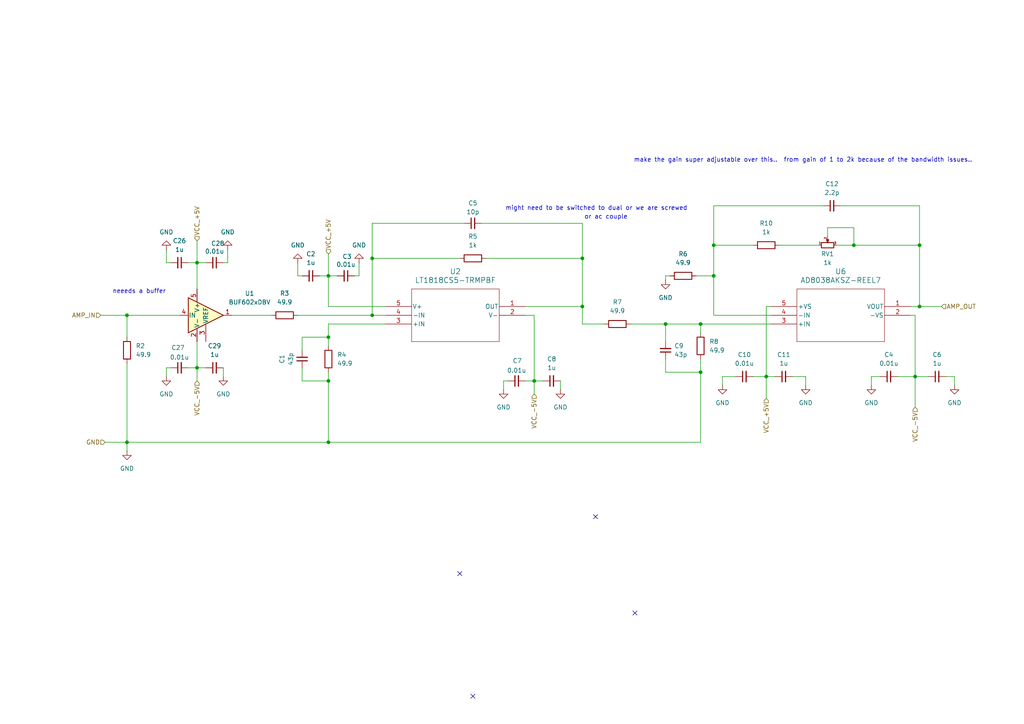
<source format=kicad_sch>
(kicad_sch (version 20231120) (generator "eeschema") (generator_version "8.0")
  (paper "A4")
  (lib_symbols
    (symbol "2025-07-23_18-11-30:AD8038AKSZ-REEL7" (pin_names (offset 0.254))
      (property "Reference" "U" (at 20.32 10.16 0))
      (property "Value" "AD8038AKSZ-REEL7" (at 20.32 7.62 0))
      (symbol "AD8038AKSZ-REEL7_0_1"
        (polyline (pts (xy 7.62 -10.16) (xy 33.02 -10.16)) (stroke (width 0.127)))
        (polyline (pts (xy 7.62 5.08) (xy 7.62 -10.16)) (stroke (width 0.127)))
        (polyline (pts (xy 33.02 -10.16) (xy 33.02 5.08)) (stroke (width 0.127)))
        (polyline (pts (xy 33.02 5.08) (xy 7.62 5.08)) (stroke (width 0.127)))
        (pin unspecified line (at 0 0 0) (length 7.62) (name "VOUT") (number "1"))
        (pin power_in line (at 0 -2.54 0) (length 7.62) (name "-VS") (number "2"))
        (pin unspecified line (at 40.64 -5.08 180) (length 7.62) (name "+IN") (number "3"))
        (pin unspecified line (at 40.64 -2.54 180) (length 7.62) (name "-IN") (number "4"))
        (pin power_in line (at 40.64 0 180) (length 7.62) (name "+VS") (number "5"))
      )
    )
    (symbol "Amplifier_Buffer:BUF602xDBV" (pin_names (offset 0.127))
      (property "Reference" "U" (at 6.35 2.54 0))
      (property "Value" "BUF602xDBV" (at 7.62 -2.54 0))
      (symbol "BUF602xDBV_0_1"
        (polyline (pts (xy 5.08 0) (xy -5.08 5.08) (xy -5.08 -5.08) (xy 5.08 0)) (stroke (width 0.254)) (fill (type background)))
      )
      (symbol "BUF602xDBV_1_1"
        (pin output line (at 7.62 0 180) (length 2.54) (name "~") (number "1"))
        (pin power_in line (at -2.54 -7.62 90) (length 3.81) (name "V-") (number "2"))
        (pin output line (at 0 -7.62 90) (length 5.08) (name "VREF") (number "3"))
        (pin input line (at -7.62 0 0) (length 2.54) (name "IN") (number "4"))
        (pin power_in line (at -2.54 7.62 270) (length 3.81) (name "V+") (number "5"))
      )
    )
    (symbol "Device:C_Small" (pin_numbers hide) (pin_names (offset 0.254) hide)
      (property "Reference" "C" (at 0.254 1.778 0))
      (property "Value" "C_Small" (at 0.254 -2.032 0))
      (symbol "C_Small_0_1"
        (polyline (pts (xy -1.524 -0.508) (xy 1.524 -0.508)) (stroke (width 0.3302)))
        (polyline (pts (xy -1.524 0.508) (xy 1.524 0.508)) (stroke (width 0.3048)))
      )
      (symbol "C_Small_1_1"
        (pin passive line (at 0 2.54 270) (length 2.032) (name "~") (number "1"))
        (pin passive line (at 0 -2.54 90) (length 2.032) (name "~") (number "2"))
      )
    )
    (symbol "Device:R" (pin_numbers hide) (pin_names (offset 0))
      (property "Reference" "R" (at 2.032 0 90))
      (property "Value" "R" (at 0 0 90))
      (symbol "R_0_1"
        (rectangle (start -1.016 -2.54) (end 1.016 2.54) (stroke (width 0.254)))
      )
      (symbol "R_1_1"
        (pin passive line (at 0 3.81 270) (length 1.27) (name "~") (number "1"))
        (pin passive line (at 0 -3.81 90) (length 1.27) (name "~") (number "2"))
      )
    )
    (symbol "Device:R_Potentiometer_Small" (pin_names (offset 1.016) hide)
      (property "Reference" "RV" (at -4.445 0 90))
      (property "Value" "R_Potentiometer_Small" (at -2.54 0 90))
      (symbol "R_Potentiometer_Small_0_1"
        (polyline (pts (xy 0.889 0) (xy 0.635 0) (xy 1.651 0.381) (xy 1.651 -0.381) (xy 0.635 0) (xy 0.889 0)) (fill (type outline)))
        (rectangle (start 0.762 1.8034) (end -0.762 -1.8034) (stroke (width 0.254)))
      )
      (symbol "R_Potentiometer_Small_1_1"
        (pin passive line (at 0 2.54 270) (length 0.635) (name "1") (number "1"))
        (pin passive line (at 2.54 0 180) (length 0.9906) (name "2") (number "2"))
        (pin passive line (at 0 -2.54 90) (length 0.635) (name "3") (number "3"))
      )
    )
    (symbol "lt1818:LT1818CS5-TRMPBF" (pin_names (offset 0.254))
      (property "Reference" "U" (at 20.32 10.16 0))
      (property "Value" "LT1818CS5-TRMPBF" (at 20.32 7.62 0))
      (symbol "LT1818CS5-TRMPBF_0_1"
        (polyline (pts (xy 7.62 -10.16) (xy 33.02 -10.16)) (stroke (width 0.127)))
        (polyline (pts (xy 7.62 5.08) (xy 7.62 -10.16)) (stroke (width 0.127)))
        (polyline (pts (xy 33.02 -10.16) (xy 33.02 5.08)) (stroke (width 0.127)))
        (polyline (pts (xy 33.02 5.08) (xy 7.62 5.08)) (stroke (width 0.127)))
        (pin output line (at 0 0 0) (length 7.62) (name "OUT") (number "1"))
        (pin power_in line (at 0 -2.54 0) (length 7.62) (name "V-") (number "2"))
        (pin input line (at 40.64 -5.08 180) (length 7.62) (name "+IN") (number "3"))
        (pin input line (at 40.64 -2.54 180) (length 7.62) (name "-IN") (number "4"))
        (pin power_in line (at 40.64 0 180) (length 7.62) (name "V+") (number "5"))
      )
    )
    (symbol "power:GND" (power) (pin_numbers hide) (pin_names (offset 0) hide)
      (property "Value" "GND" (at 0 -3.81 0))
      (symbol "GND_0_1"
        (polyline (pts (xy 0 0) (xy 0 -1.27) (xy 1.27 -1.27) (xy 0 -2.54) (xy -1.27 -1.27) (xy 0 -1.27)))
      )
      (symbol "GND_1_1"
        (pin power_in line (at 0 0 270) (length 0) (name "~") (number "1"))
      )
    )
  )
  (junction (at 57.15 106.68))
  (junction (at 266.7 88.9))
  (junction (at 168.91 88.9))
  (junction (at 168.91 74.93))
  (junction (at 207.01 80.01))
  (junction (at 203.2 93.98))
  (junction (at 247.65 71.12))
  (junction (at 265.43 109.22))
  (junction (at 193.04 93.98))
  (junction (at 36.83 128.27))
  (junction (at 107.95 74.93))
  (junction (at 154.94 110.49))
  (junction (at 107.95 91.44))
  (junction (at 266.7 71.12))
  (junction (at 207.01 71.12))
  (junction (at 95.25 80.01))
  (junction (at 203.2 107.95))
  (junction (at 95.25 97.79))
  (junction (at 57.15 76.2))
  (junction (at 95.25 110.49))
  (junction (at 95.25 128.27))
  (junction (at 36.83 91.44))
  (junction (at 222.25 109.22))
  (no_connect (at 133.35 166.37))
  (no_connect (at 137.16 201.93))
  (no_connect (at 284.48 255.27))
  (no_connect (at 184.15 177.8))
  (no_connect (at 172.72 149.86))
  (wire (pts (xy 29.21 91.44) (xy 36.83 91.44)))
  (wire (pts (xy 107.95 91.44) (xy 111.76 91.44)))
  (wire (pts (xy 223.52 88.9) (xy 222.25 88.9)))
  (wire (pts (xy 233.68 109.22) (xy 233.68 111.76)))
  (wire (pts (xy 152.4 91.44) (xy 154.94 91.44)))
  (wire (pts (xy 95.25 93.98) (xy 95.25 97.79)))
  (wire (pts (xy 30.48 128.27) (xy 36.83 128.27)))
  (wire (pts (xy 223.52 91.44) (xy 207.01 91.44)))
  (wire (pts (xy 48.26 106.68) (xy 49.53 106.68)))
  (wire (pts (xy 266.7 71.12) (xy 266.7 88.9)))
  (wire (pts (xy 36.83 105.41) (xy 36.83 128.27)))
  (wire (pts (xy 207.01 59.69) (xy 207.01 71.12)))
  (wire (pts (xy 265.43 109.22) (xy 265.43 118.11)))
  (wire (pts (xy 95.25 80.01) (xy 97.79 80.01)))
  (wire (pts (xy 207.01 80.01) (xy 207.01 91.44)))
  (wire (pts (xy 207.01 59.69) (xy 238.76 59.69)))
  (wire (pts (xy 218.44 109.22) (xy 222.25 109.22)))
  (wire (pts (xy 247.65 66.04) (xy 247.65 71.12)))
  (wire (pts (xy 95.25 73.66) (xy 95.25 80.01)))
  (wire (pts (xy 95.25 110.49) (xy 95.25 128.27)))
  (wire (pts (xy 168.91 74.93) (xy 168.91 88.9)))
  (wire (pts (xy 102.87 80.01) (xy 104.14 80.01)))
  (wire (pts (xy 48.26 109.22) (xy 48.26 106.68)))
  (wire (pts (xy 87.63 106.68) (xy 87.63 110.49)))
  (wire (pts (xy 162.56 110.49) (xy 162.56 113.03)))
  (wire (pts (xy 57.15 106.68) (xy 57.15 110.49)))
  (wire (pts (xy 240.03 66.04) (xy 247.65 66.04)))
  (wire (pts (xy 207.01 71.12) (xy 207.01 80.01)))
  (wire (pts (xy 152.4 110.49) (xy 154.94 110.49)))
  (wire (pts (xy 207.01 71.12) (xy 218.44 71.12)))
  (wire (pts (xy 57.15 76.2) (xy 59.69 76.2)))
  (wire (pts (xy 203.2 107.95) (xy 203.2 104.14)))
  (wire (pts (xy 182.88 93.98) (xy 193.04 93.98)))
  (wire (pts (xy 107.95 74.93) (xy 107.95 91.44)))
  (wire (pts (xy 193.04 80.01) (xy 193.04 81.28)))
  (wire (pts (xy 95.25 128.27) (xy 203.2 128.27)))
  (wire (pts (xy 95.25 97.79) (xy 95.25 100.33)))
  (wire (pts (xy 203.2 93.98) (xy 203.2 96.52)))
  (wire (pts (xy 266.7 59.69) (xy 266.7 71.12)))
  (wire (pts (xy 57.15 76.2) (xy 57.15 83.82)))
  (wire (pts (xy 104.14 76.2) (xy 104.14 80.01)))
  (wire (pts (xy 64.77 76.2) (xy 66.04 76.2)))
  (wire (pts (xy 247.65 71.12) (xy 266.7 71.12)))
  (wire (pts (xy 193.04 93.98) (xy 203.2 93.98)))
  (wire (pts (xy 107.95 64.77) (xy 107.95 74.93)))
  (wire (pts (xy 193.04 104.14) (xy 193.04 107.95)))
  (wire (pts (xy 266.7 88.9) (xy 273.05 88.9)))
  (wire (pts (xy 36.83 91.44) (xy 36.83 97.79)))
  (wire (pts (xy 133.35 74.93) (xy 107.95 74.93)))
  (wire (pts (xy 95.25 88.9) (xy 95.25 80.01)))
  (wire (pts (xy 226.06 71.12) (xy 237.49 71.12)))
  (wire (pts (xy 57.15 99.06) (xy 57.15 106.68)))
  (wire (pts (xy 154.94 110.49) (xy 154.94 114.3)))
  (wire (pts (xy 139.7 64.77) (xy 168.91 64.77)))
  (wire (pts (xy 154.94 110.49) (xy 157.48 110.49)))
  (wire (pts (xy 222.25 88.9) (xy 222.25 109.22)))
  (wire (pts (xy 111.76 88.9) (xy 95.25 88.9)))
  (wire (pts (xy 201.93 80.01) (xy 207.01 80.01)))
  (wire (pts (xy 92.71 80.01) (xy 95.25 80.01)))
  (wire (pts (xy 194.31 80.01) (xy 193.04 80.01)))
  (wire (pts (xy 86.36 76.2) (xy 86.36 80.01)))
  (wire (pts (xy 240.03 68.58) (xy 240.03 66.04)))
  (wire (pts (xy 146.05 110.49) (xy 147.32 110.49)))
  (wire (pts (xy 222.25 109.22) (xy 224.79 109.22)))
  (wire (pts (xy 66.04 72.39) (xy 66.04 76.2)))
  (wire (pts (xy 111.76 93.98) (xy 95.25 93.98)))
  (wire (pts (xy 36.83 91.44) (xy 52.07 91.44)))
  (wire (pts (xy 154.94 91.44) (xy 154.94 110.49)))
  (wire (pts (xy 87.63 110.49) (xy 95.25 110.49)))
  (wire (pts (xy 87.63 97.79) (xy 95.25 97.79)))
  (wire (pts (xy 265.43 109.22) (xy 269.24 109.22)))
  (wire (pts (xy 274.32 109.22) (xy 276.86 109.22)))
  (wire (pts (xy 67.31 91.44) (xy 78.74 91.44)))
  (wire (pts (xy 86.36 91.44) (xy 107.95 91.44)))
  (wire (pts (xy 209.55 109.22) (xy 209.55 111.76)))
  (wire (pts (xy 168.91 64.77) (xy 168.91 74.93)))
  (wire (pts (xy 203.2 107.95) (xy 203.2 128.27)))
  (wire (pts (xy 265.43 91.44) (xy 265.43 109.22)))
  (wire (pts (xy 48.26 76.2) (xy 49.53 76.2)))
  (wire (pts (xy 252.73 109.22) (xy 252.73 111.76)))
  (wire (pts (xy 64.77 106.68) (xy 64.77 109.22)))
  (wire (pts (xy 203.2 93.98) (xy 223.52 93.98)))
  (wire (pts (xy 255.27 109.22) (xy 252.73 109.22)))
  (wire (pts (xy 213.36 109.22) (xy 209.55 109.22)))
  (wire (pts (xy 134.62 64.77) (xy 107.95 64.77)))
  (wire (pts (xy 265.43 91.44) (xy 264.16 91.44)))
  (wire (pts (xy 87.63 101.6) (xy 87.63 97.79)))
  (wire (pts (xy 222.25 109.22) (xy 222.25 115.57)))
  (wire (pts (xy 260.35 109.22) (xy 265.43 109.22)))
  (wire (pts (xy 36.83 128.27) (xy 36.83 130.81)))
  (wire (pts (xy 266.7 88.9) (xy 264.16 88.9)))
  (wire (pts (xy 86.36 80.01) (xy 87.63 80.01)))
  (wire (pts (xy 242.57 71.12) (xy 247.65 71.12)))
  (wire (pts (xy 152.4 88.9) (xy 168.91 88.9)))
  (wire (pts (xy 54.61 106.68) (xy 57.15 106.68)))
  (wire (pts (xy 57.15 106.68) (xy 59.69 106.68)))
  (wire (pts (xy 229.87 109.22) (xy 233.68 109.22)))
  (wire (pts (xy 193.04 93.98) (xy 193.04 99.06)))
  (wire (pts (xy 95.25 107.95) (xy 95.25 110.49)))
  (wire (pts (xy 54.61 76.2) (xy 57.15 76.2)))
  (wire (pts (xy 48.26 72.39) (xy 48.26 76.2)))
  (wire (pts (xy 168.91 88.9) (xy 168.91 93.98)))
  (wire (pts (xy 168.91 93.98) (xy 175.26 93.98)))
  (wire (pts (xy 36.83 128.27) (xy 95.25 128.27)))
  (wire (pts (xy 146.05 113.03) (xy 146.05 110.49)))
  (wire (pts (xy 140.97 74.93) (xy 168.91 74.93)))
  (wire (pts (xy 243.84 59.69) (xy 266.7 59.69)))
  (wire (pts (xy 57.15 69.85) (xy 57.15 76.2)))
  (wire (pts (xy 193.04 107.95) (xy 203.2 107.95)))
  (wire (pts (xy 276.86 109.22) (xy 276.86 111.76)))
  (text "make the gain super adjustable over this..  from gain of 1 to 2k because of the bandwidth issues..\n" (at 232.918 46.482 0) (effects (font (size 1.27 1.27))))
  (text "or ac couple\n" (at 175.768 62.992 0) (effects (font (size 1.27 1.27))))
  (text "neeeds a buffer\n" (at 40.386 84.582 0) (effects (font (size 1.27 1.27))))
  (text "might need to be switched to dual or we are screwed\n" (at 172.974 60.452 0) (effects (font (size 1.27 1.27))))
  (hierarchical_label "VCC_-5V" (shape input) (at 154.94 114.3 270))
  (hierarchical_label "VCC_+5V" (shape input) (at 57.15 69.85 90))
  (hierarchical_label "VCC_-5V" (shape input) (at 57.15 110.49 270))
  (hierarchical_label "VCC_+5V" (shape input) (at 222.25 115.57 270))
  (hierarchical_label "GND" (shape input) (at 30.48 128.27 180))
  (hierarchical_label "AMP_OUT" (shape input) (at 273.05 88.9 0))
  (hierarchical_label "VCC_+5V" (shape input) (at 95.25 73.66 90))
  (hierarchical_label "AMP_IN" (shape input) (at 29.21 91.44 180))
  (hierarchical_label "VCC_-5V" (shape input) (at 265.43 118.11 270))
  (symbol (lib_id "Device:R") (at 198.12 80.01 90) (unit 1)
    (property "Reference" "R6" (at 198.12 73.66 90))
    (property "Value" "49.9" (at 198.12 76.2 90))
    (property "Footprint" "Resistor_SMD:R_0805_2012Metric" (effects (hide yes)))
    (property "Description" "Resistor" (effects (hide yes)))
    (instances (project "bellamu" (path "" (reference "R6") (unit 1)) (path "" (reference "R22") (unit 1))))
  )
  (symbol (lib_id "Device:C_Small") (at 215.9 109.22 90) (unit 1)
    (property "Reference" "C10" (at 215.9063 102.87 90))
    (property "Value" "0.01u" (at 215.9063 105.41 90))
    (property "Footprint" "Capacitor_SMD:C_0603_1608Metric" (effects (hide yes)))
    (property "Description" "Unpolarized capacitor, small symbol" (effects (hide yes)))
    (instances (project "bellamu" (path "" (reference "C10") (unit 1)) (path "" (reference "C43") (unit 1))))
  )
  (symbol (lib_id "power:GND") (at 36.83 130.81 0) (unit 1)
    (property "Reference" "#PWR010" (effects (hide yes)))
    (property "Value" "GND" (at 36.83 135.89 0))
    (property "Description" "Power symbol creates a global label with name \"GND\" , ground" (effects (hide yes)))
    (instances (project "bellamu" (path "" (reference "#PWR010") (unit 1)) (path "" (reference "#PWR067") (unit 1))))
  )
  (symbol (lib_id "Device:R") (at 179.07 93.98 90) (unit 1)
    (property "Reference" "R7" (at 179.07 87.63 90))
    (property "Value" "49.9" (at 179.07 90.17 90))
    (property "Footprint" "Resistor_SMD:R_0805_2012Metric" (effects (hide yes)))
    (property "Description" "Resistor" (effects (hide yes)))
    (instances (project "bellamu" (path "" (reference "R7") (unit 1)) (path "" (reference "R21") (unit 1))))
  )
  (symbol (lib_id "Device:C_Small") (at 100.33 80.01 270) (unit 1)
    (property "Reference" "C3" (at 99.314 74.422 90) (effects (justify left)))
    (property "Value" "0.01u" (at 97.536 76.708 90) (effects (justify left)))
    (property "Footprint" "Capacitor_SMD:C_0603_1608Metric" (effects (hide yes)))
    (property "Description" "Unpolarized capacitor, small symbol" (effects (hide yes)))
    (instances (project "bellamu" (path "" (reference "C3") (unit 1)) (path "" (reference "C37") (unit 1))))
  )
  (symbol (lib_id "power:GND") (at 64.77 109.22 0) (unit 1)
    (property "Reference" "#PWR034" (effects (hide yes)))
    (property "Value" "GND" (at 64.77 114.3 0))
    (property "Description" "Power symbol creates a global label with name \"GND\" , ground" (effects (hide yes)))
    (instances (project "bellamu" (path "" (reference "#PWR034") (unit 1)) (path "" (reference "#PWR070") (unit 1))))
  )
  (symbol (lib_id "Device:R") (at 82.55 91.44 90) (unit 1)
    (property "Reference" "R3" (at 82.55 85.09 90))
    (property "Value" "49.9" (at 82.55 87.63 90))
    (property "Footprint" "Resistor_SMD:R_0805_2012Metric" (effects (hide yes)))
    (property "Description" "Resistor" (effects (hide yes)))
    (instances (project "bellamu" (path "" (reference "R3") (unit 1)) (path "" (reference "R18") (unit 1))))
  )
  (symbol (lib_id "Device:R") (at 95.25 104.14 180) (unit 1)
    (property "Reference" "R4" (at 97.79 102.8699 0) (effects (justify right)))
    (property "Value" "49.9" (at 97.79 105.4099 0) (effects (justify right)))
    (property "Footprint" "Resistor_SMD:R_0805_2012Metric" (effects (hide yes)))
    (property "Description" "Resistor" (effects (hide yes)))
    (instances (project "bellamu" (path "" (reference "R4") (unit 1)) (path "" (reference "R19") (unit 1))))
  )
  (symbol (lib_id "Device:C_Small") (at 87.63 104.14 180) (unit 1)
    (property "Reference" "C1" (at 81.788 104.14 90))
    (property "Value" "43p" (at 84.328 104.14 90))
    (property "Footprint" "Capacitor_SMD:C_0805_2012Metric_Pad1.18x1.45mm_HandSolder" (effects (hide yes)))
    (property "Description" "Unpolarized capacitor, small symbol" (effects (hide yes)))
    (instances (project "bellamu" (path "" (reference "C1") (unit 1)) (path "" (reference "C35") (unit 1))))
  )
  (symbol (lib_id "power:GND") (at 252.73 111.76 0) (unit 1)
    (property "Reference" "#PWR013" (effects (hide yes)))
    (property "Value" "GND" (at 252.73 116.84 0))
    (property "Description" "Power symbol creates a global label with name \"GND\" , ground" (effects (hide yes)))
    (instances (project "bellamu" (path "" (reference "#PWR013") (unit 1)) (path "" (reference "#PWR079") (unit 1))))
  )
  (symbol (lib_id "lt1818:LT1818CS5-TRMPBF") (at 152.4 88.9 0) (mirror y) (unit 1)
    (property "Reference" "U2" (at 132.08 78.74 0) (effects (font (size 1.524 1.524))))
    (property "Value" "LT1818CS5-TRMPBF" (at 132.08 81.28 0) (effects (font (size 1.524 1.524))))
    (property "Footprint" "lt1818:S_5_ADI" (effects (hide yes)))
    (property "Datasheet" "https://www.analog.com/media/en/technical-documentation/data-sheets/18189fb.pdf" (effects (hide yes)))
    (instances (project "" (path "" (reference "U2") (unit 1)) (path "" (reference "U8") (unit 1))))
  )
  (symbol (lib_id "power:GND") (at 209.55 111.76 0) (unit 1)
    (property "Reference" "#PWR017" (effects (hide yes)))
    (property "Value" "GND" (at 209.55 116.84 0))
    (property "Description" "Power symbol creates a global label with name \"GND\" , ground" (effects (hide yes)))
    (instances (project "bellamu" (path "" (reference "#PWR017") (unit 1)) (path "" (reference "#PWR077") (unit 1))))
  )
  (symbol (lib_id "power:GND") (at 146.05 113.03 0) (unit 1)
    (property "Reference" "#PWR022" (effects (hide yes)))
    (property "Value" "GND" (at 146.05 118.11 0))
    (property "Description" "Power symbol creates a global label with name \"GND\" , ground" (effects (hide yes)))
    (instances (project "bellamu" (path "" (reference "#PWR022") (unit 1)) (path "" (reference "#PWR074") (unit 1))))
  )
  (symbol (lib_id "Device:R") (at 203.2 100.33 180) (unit 1)
    (property "Reference" "R8" (at 205.74 99.0599 0) (effects (justify right)))
    (property "Value" "49.9" (at 205.74 101.5999 0) (effects (justify right)))
    (property "Footprint" "Resistor_SMD:R_0805_2012Metric" (effects (hide yes)))
    (property "Description" "Resistor" (effects (hide yes)))
    (instances (project "bellamu" (path "" (reference "R8") (unit 1)) (path "" (reference "R23") (unit 1))))
  )
  (symbol (lib_id "Amplifier_Buffer:BUF602xDBV") (at 59.69 91.44 0) (unit 1)
    (property "Reference" "U1" (at 72.39 85.1214 0))
    (property "Value" "BUF602xDBV" (at 72.39 87.6614 0))
    (property "Footprint" "Package_TO_SOT_SMD:SOT-23-5" (effects (hide yes)))
    (property "Datasheet" "http://www.ti.com/lit/ds/symlink/buf602.pdf" (effects (hide yes)))
    (property "Description" "High-Speed, 1000 MHz, Closed-Loop Buffer, SOT23-5" (effects (hide yes)))
    (instances (project "" (path "" (reference "U1") (unit 1)) (path "" (reference "U7") (unit 1))))
  )
  (symbol (lib_id "power:GND") (at 48.26 109.22 0) (unit 1)
    (property "Reference" "#PWR033" (effects (hide yes)))
    (property "Value" "GND" (at 48.26 114.3 0))
    (property "Description" "Power symbol creates a global label with name \"GND\" , ground" (effects (hide yes)))
    (instances (project "bellamu" (path "" (reference "#PWR033") (unit 1)) (path "" (reference "#PWR069") (unit 1))))
  )
  (symbol (lib_id "Device:C_Small") (at 257.81 109.22 90) (unit 1)
    (property "Reference" "C4" (at 257.8163 102.87 90))
    (property "Value" "0.01u" (at 257.8163 105.41 90))
    (property "Footprint" "Capacitor_SMD:C_0603_1608Metric" (effects (hide yes)))
    (property "Description" "Unpolarized capacitor, small symbol" (effects (hide yes)))
    (instances (project "bellamu" (path "" (reference "C4") (unit 1)) (path "" (reference "C46") (unit 1))))
  )
  (symbol (lib_id "power:GND") (at 276.86 111.76 0) (unit 1)
    (property "Reference" "#PWR024" (effects (hide yes)))
    (property "Value" "GND" (at 276.86 116.84 0))
    (property "Description" "Power symbol creates a global label with name \"GND\" , ground" (effects (hide yes)))
    (instances (project "bellamu" (path "" (reference "#PWR024") (unit 1)) (path "" (reference "#PWR080") (unit 1))))
  )
  (symbol (lib_id "Device:C_Small") (at 241.3 59.69 90) (unit 1)
    (property "Reference" "C12" (at 241.3063 53.34 90))
    (property "Value" "2.2p" (at 241.3063 55.88 90))
    (property "Footprint" "Capacitor_SMD:C_0805_2012Metric" (effects (hide yes)))
    (property "Description" "Unpolarized capacitor, small symbol" (effects (hide yes)))
    (instances (project "bellamu" (path "" (reference "C12") (unit 1)) (path "" (reference "C45") (unit 1))))
  )
  (symbol (lib_id "power:GND") (at 86.36 76.2 180) (unit 1)
    (property "Reference" "#PWR012" (effects (hide yes)))
    (property "Value" "GND" (at 86.36 71.12 0))
    (property "Description" "Power symbol creates a global label with name \"GND\" , ground" (effects (hide yes)))
    (instances (project "bellamu" (path "" (reference "#PWR012") (unit 1)) (path "" (reference "#PWR072") (unit 1))))
  )
  (symbol (lib_id "power:GND") (at 104.14 76.2 180) (unit 1)
    (property "Reference" "#PWR016" (effects (hide yes)))
    (property "Value" "GND" (at 104.14 71.12 0))
    (property "Description" "Power symbol creates a global label with name \"GND\" , ground" (effects (hide yes)))
    (instances (project "bellamu" (path "" (reference "#PWR016") (unit 1)) (path "" (reference "#PWR073") (unit 1))))
  )
  (symbol (lib_id "Device:C_Small") (at 62.23 106.68 90) (unit 1)
    (property "Reference" "C29" (at 62.2363 100.33 90))
    (property "Value" "1u" (at 62.2363 102.87 90))
    (property "Footprint" "Capacitor_SMD:C_0603_1608Metric" (effects (hide yes)))
    (property "Description" "Unpolarized capacitor, small symbol" (effects (hide yes)))
    (instances (project "bellamu" (path "" (reference "C29") (unit 1)) (path "" (reference "C33") (unit 1))))
  )
  (symbol (lib_id "Device:R_Potentiometer_Small") (at 240.03 71.12 90) (unit 1)
    (property "Reference" "RV1" (at 240.03 73.66 90))
    (property "Value" "1k" (at 240.03 76.2 90))
    (property "Footprint" "Potentiometer_THT:Potentiometer_Bourns_3266W_Vertical" (effects (hide yes)))
    (property "Description" "Potentiometer" (effects (hide yes)))
    (instances (project "" (path "" (reference "RV1") (unit 1)) (path "" (reference "RV2") (unit 1))))
  )
  (symbol (lib_id "Device:R") (at 36.83 101.6 0) (unit 1)
    (property "Reference" "R2" (at 39.37 100.3299 0) (effects (justify left)))
    (property "Value" "49.9" (at 39.37 102.8699 0) (effects (justify left)))
    (property "Footprint" "Resistor_SMD:R_0805_2012Metric" (effects (hide yes)))
    (property "Description" "Resistor" (effects (hide yes)))
    (instances (project "bellamu" (path "" (reference "R2") (unit 1)) (path "" (reference "R17") (unit 1))))
  )
  (symbol (lib_id "Device:C_Small") (at 62.23 76.2 270) (unit 1)
    (property "Reference" "C28" (at 61.214 70.612 90) (effects (justify left)))
    (property "Value" "0.01u" (at 59.436 72.898 90) (effects (justify left)))
    (property "Footprint" "Capacitor_SMD:C_0603_1608Metric" (effects (hide yes)))
    (property "Description" "Unpolarized capacitor, small symbol" (effects (hide yes)))
    (instances (project "bellamu" (path "" (reference "C28") (unit 1)) (path "" (reference "C32") (unit 1))))
  )
  (symbol (lib_id "Device:C_Small") (at 227.33 109.22 90) (unit 1)
    (property "Reference" "C11" (at 227.3363 102.87 90))
    (property "Value" "1u" (at 227.3363 105.41 90))
    (property "Footprint" "Capacitor_SMD:C_0603_1608Metric" (effects (hide yes)))
    (property "Description" "Unpolarized capacitor, small symbol" (effects (hide yes)))
    (instances (project "bellamu" (path "" (reference "C11") (unit 1)) (path "" (reference "C44") (unit 1))))
  )
  (symbol (lib_id "Device:C_Small") (at 52.07 106.68 90) (unit 1)
    (property "Reference" "C27" (at 53.594 100.838 90) (effects (justify left)))
    (property "Value" "0.01u" (at 54.864 103.632 90) (effects (justify left)))
    (property "Footprint" "Capacitor_SMD:C_0603_1608Metric" (effects (hide yes)))
    (property "Description" "Unpolarized capacitor, small symbol" (effects (hide yes)))
    (instances (project "bellamu" (path "" (reference "C27") (unit 1)) (path "" (reference "C31") (unit 1))))
  )
  (symbol (lib_id "Device:C_Small") (at 52.07 76.2 270) (unit 1)
    (property "Reference" "C26" (at 52.0636 69.85 90))
    (property "Value" "1u" (at 52.0636 72.39 90))
    (property "Footprint" "Capacitor_SMD:C_0603_1608Metric" (effects (hide yes)))
    (property "Description" "Unpolarized capacitor, small symbol" (effects (hide yes)))
    (instances (project "bellamu" (path "" (reference "C26") (unit 1)) (path "" (reference "C30") (unit 1))))
  )
  (symbol (lib_id "power:GND") (at 193.04 81.28 0) (unit 1)
    (property "Reference" "#PWR014" (effects (hide yes)))
    (property "Value" "GND" (at 193.04 86.36 0))
    (property "Description" "Power symbol creates a global label with name \"GND\" , ground" (effects (hide yes)))
    (instances (project "bellamu" (path "" (reference "#PWR014") (unit 1)) (path "" (reference "#PWR076") (unit 1))))
  )
  (symbol (lib_id "2025-07-23_18-11-30:AD8038AKSZ-REEL7") (at 264.16 88.9 0) (mirror y) (unit 1)
    (property "Reference" "U6" (at 243.84 78.74 0) (effects (font (size 1.524 1.524))))
    (property "Value" "AD8038AKSZ-REEL7" (at 243.84 81.28 0) (effects (font (size 1.524 1.524))))
    (property "Footprint" "ad8038:KS_5_ADI-M" (effects (hide yes)))
    (property "Datasheet" "https://www.analog.com/media/en/technical-documentation/data-sheets/AD8038_8039.pdf" (effects (hide yes)))
    (instances (project "" (path "" (reference "U6") (unit 1)) (path "" (reference "U9") (unit 1))))
  )
  (symbol (lib_id "Device:C_Small") (at 160.02 110.49 90) (unit 1)
    (property "Reference" "C8" (at 160.0263 104.14 90))
    (property "Value" "1u" (at 160.0263 106.68 90))
    (property "Footprint" "Capacitor_SMD:C_0603_1608Metric" (effects (hide yes)))
    (property "Description" "Unpolarized capacitor, small symbol" (effects (hide yes)))
    (instances (project "bellamu" (path "" (reference "C8") (unit 1)) (path "" (reference "C41") (unit 1))))
  )
  (symbol (lib_id "Device:C_Small") (at 149.86 110.49 90) (unit 1)
    (property "Reference" "C7" (at 151.384 104.648 90) (effects (justify left)))
    (property "Value" "0.01u" (at 152.654 107.442 90) (effects (justify left)))
    (property "Footprint" "Capacitor_SMD:C_0603_1608Metric" (effects (hide yes)))
    (property "Description" "Unpolarized capacitor, small symbol" (effects (hide yes)))
    (instances (project "bellamu" (path "" (reference "C7") (unit 1)) (path "" (reference "C39") (unit 1))))
  )
  (symbol (lib_id "power:GND") (at 48.26 72.39 180) (unit 1)
    (property "Reference" "#PWR031" (effects (hide yes)))
    (property "Value" "GND" (at 48.26 67.31 0))
    (property "Description" "Power symbol creates a global label with name \"GND\" , ground" (effects (hide yes)))
    (instances (project "bellamu" (path "" (reference "#PWR031") (unit 1)) (path "" (reference "#PWR068") (unit 1))))
  )
  (symbol (lib_id "Device:C_Small") (at 90.17 80.01 270) (unit 1)
    (property "Reference" "C2" (at 90.1636 73.66 90))
    (property "Value" "1u" (at 90.1636 76.2 90))
    (property "Footprint" "Capacitor_SMD:C_0603_1608Metric" (effects (hide yes)))
    (property "Description" "Unpolarized capacitor, small symbol" (effects (hide yes)))
    (instances (project "bellamu" (path "" (reference "C2") (unit 1)) (path "" (reference "C36") (unit 1))))
  )
  (symbol (lib_id "power:GND") (at 233.68 111.76 0) (unit 1)
    (property "Reference" "#PWR023" (effects (hide yes)))
    (property "Value" "GND" (at 233.68 116.84 0))
    (property "Description" "Power symbol creates a global label with name \"GND\" , ground" (effects (hide yes)))
    (instances (project "bellamu" (path "" (reference "#PWR023") (unit 1)) (path "" (reference "#PWR078") (unit 1))))
  )
  (symbol (lib_id "power:GND") (at 162.56 113.03 0) (unit 1)
    (property "Reference" "#PWR015" (effects (hide yes)))
    (property "Value" "GND" (at 162.56 118.11 0))
    (property "Description" "Power symbol creates a global label with name \"GND\" , ground" (effects (hide yes)))
    (instances (project "bellamu" (path "" (reference "#PWR015") (unit 1)) (path "" (reference "#PWR075") (unit 1))))
  )
  (symbol (lib_id "Device:R") (at 222.25 71.12 90) (unit 1)
    (property "Reference" "R10" (at 222.25 64.77 90))
    (property "Value" "1k" (at 222.25 67.31 90))
    (property "Footprint" "Resistor_SMD:R_0805_2012Metric" (effects (hide yes)))
    (property "Description" "Resistor" (effects (hide yes)))
    (instances (project "bellamu" (path "" (reference "R10") (unit 1)) (path "" (reference "R25") (unit 1))))
  )
  (symbol (lib_id "Device:C_Small") (at 271.78 109.22 90) (unit 1)
    (property "Reference" "C6" (at 271.7863 102.87 90))
    (property "Value" "1u" (at 271.7863 105.41 90))
    (property "Footprint" "Capacitor_SMD:C_0603_1608Metric" (effects (hide yes)))
    (property "Description" "Unpolarized capacitor, small symbol" (effects (hide yes)))
    (instances (project "bellamu" (path "" (reference "C6") (unit 1)) (path "" (reference "C47") (unit 1))))
  )
  (symbol (lib_id "Device:R") (at 137.16 74.93 90) (unit 1)
    (property "Reference" "R5" (at 137.16 68.58 90))
    (property "Value" "1k" (at 137.16 71.12 90))
    (property "Footprint" "Resistor_SMD:R_0805_2012Metric" (effects (hide yes)))
    (property "Description" "Resistor" (effects (hide yes)))
    (instances (project "bellamu" (path "" (reference "R5") (unit 1)) (path "" (reference "R20") (unit 1))))
  )
  (symbol (lib_id "power:GND") (at 66.04 72.39 180) (unit 1)
    (property "Reference" "#PWR032" (effects (hide yes)))
    (property "Value" "GND" (at 66.04 67.31 0))
    (property "Description" "Power symbol creates a global label with name \"GND\" , ground" (effects (hide yes)))
    (instances (project "bellamu" (path "" (reference "#PWR032") (unit 1)) (path "" (reference "#PWR071") (unit 1))))
  )
  (symbol (lib_id "Device:C_Small") (at 193.04 101.6 180) (unit 1)
    (property "Reference" "C9" (at 195.58 100.3235 0) (effects (justify right)))
    (property "Value" "43p" (at 195.58 102.8635 0) (effects (justify right)))
    (property "Footprint" "Capacitor_SMD:C_0805_2012Metric" (effects (hide yes)))
    (property "Description" "Unpolarized capacitor, small symbol" (effects (hide yes)))
    (instances (project "bellamu" (path "" (reference "C9") (unit 1)) (path "" (reference "C42") (unit 1))))
  )
  (symbol (lib_id "Device:C_Small") (at 137.16 64.77 90) (unit 1)
    (property "Reference" "C5" (at 137.16 58.928 90))
    (property "Value" "10p" (at 137.16 61.468 90))
    (property "Footprint" "Capacitor_SMD:C_0805_2012Metric" (effects (hide yes)))
    (property "Description" "Unpolarized capacitor, small symbol" (effects (hide yes)))
    (instances (project "bellamu" (path "" (reference "C5") (unit 1)) (path "" (reference "C38") (unit 1))))
  )
)
</source>
